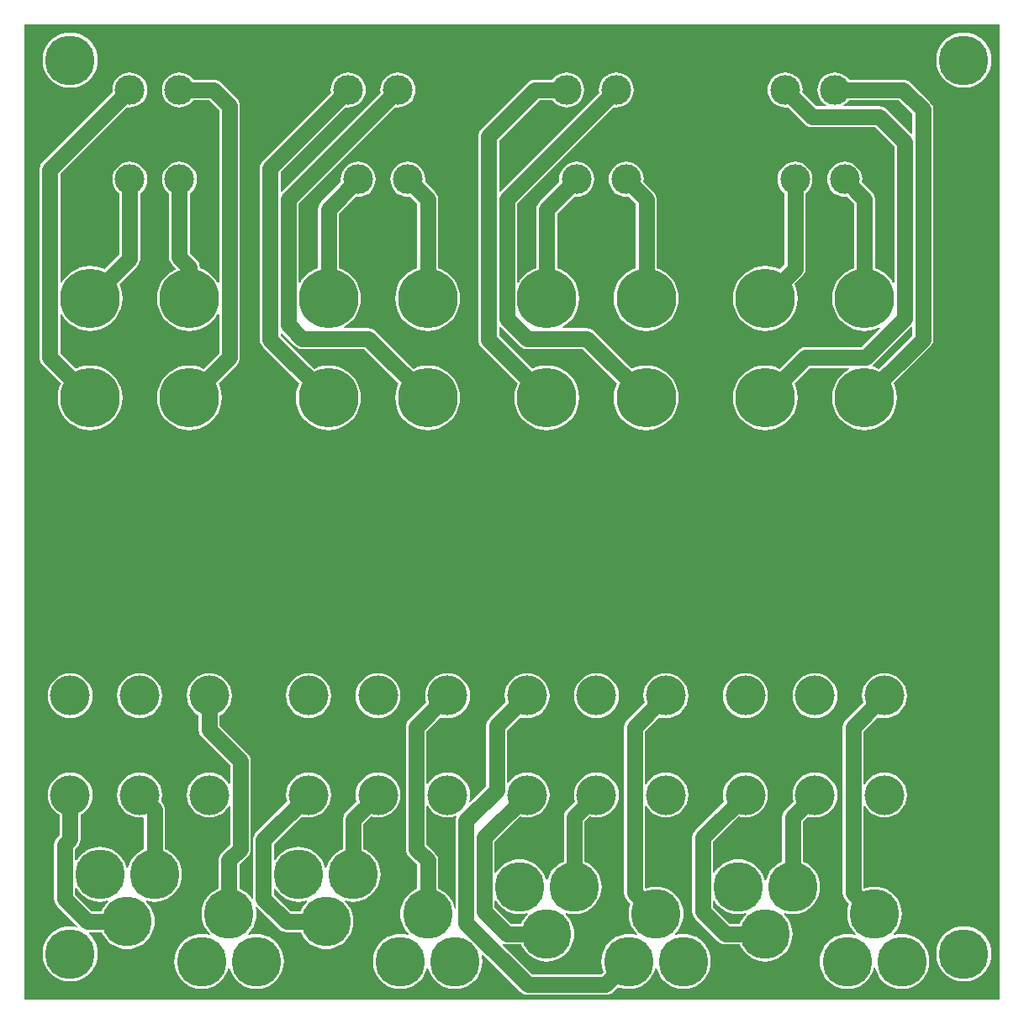
<source format=gtl>
G04 Layer_Physical_Order=1*
G04 Layer_Color=255*
%FSLAX25Y25*%
%MOIN*%
G70*
G01*
G75*
%ADD10C,0.06181*%
%ADD11C,0.19685*%
%ADD12C,0.11811*%
%ADD13C,0.15748*%
%ADD14C,0.23622*%
G36*
X486660Y99955D02*
X99955D01*
Y486660D01*
X486660D01*
Y99955D01*
D02*
G37*
%LPC*%
G36*
X354331Y229389D02*
X352591Y229218D01*
X350918Y228711D01*
X349377Y227887D01*
X348026Y226778D01*
X346917Y225426D01*
X346093Y223885D01*
X345585Y222212D01*
X345414Y220472D01*
X345585Y218733D01*
X345858Y217834D01*
X338983Y210959D01*
X338327Y210104D01*
X338086Y209522D01*
X337915Y209109D01*
X337774Y208042D01*
Y142352D01*
X337915Y141284D01*
X338086Y140872D01*
X338327Y140289D01*
X338983Y139435D01*
X340386Y138031D01*
X340050Y137219D01*
X339652Y135560D01*
X339518Y133858D01*
X339652Y132157D01*
X340050Y130497D01*
X340703Y128921D01*
X341595Y127465D01*
X342703Y126168D01*
X342947Y125960D01*
X342713Y125501D01*
X341268Y125848D01*
X339567Y125982D01*
X337866Y125848D01*
X336206Y125450D01*
X334629Y124797D01*
X333174Y123905D01*
X331876Y122797D01*
X330768Y121499D01*
X329876Y120044D01*
X329223Y118467D01*
X328825Y116808D01*
X328691Y115106D01*
X328825Y113405D01*
X329223Y111745D01*
X329559Y110933D01*
X328691Y110065D01*
X301250D01*
X289581Y121734D01*
X289864Y122158D01*
X290248Y121999D01*
X291316Y121858D01*
X291316Y121858D01*
X297060D01*
X297396Y121047D01*
X298288Y119591D01*
X299396Y118294D01*
X300694Y117185D01*
X302149Y116294D01*
X303726Y115640D01*
X305385Y115242D01*
X307087Y115108D01*
X308788Y115242D01*
X310448Y115640D01*
X312024Y116294D01*
X313479Y117185D01*
X314777Y118294D01*
X315885Y119591D01*
X316777Y121047D01*
X317430Y122623D01*
X317829Y124283D01*
X317963Y125984D01*
X317829Y127686D01*
X317430Y129345D01*
X316777Y130922D01*
X315885Y132377D01*
X314777Y133675D01*
X314533Y133883D01*
X314767Y134341D01*
X316212Y133994D01*
X317913Y133860D01*
X319615Y133994D01*
X321274Y134392D01*
X322851Y135046D01*
X324306Y135937D01*
X325604Y137046D01*
X326712Y138343D01*
X327604Y139799D01*
X328257Y141375D01*
X328656Y143035D01*
X328789Y144736D01*
X328656Y146438D01*
X328257Y148097D01*
X327604Y149674D01*
X326712Y151129D01*
X325604Y152427D01*
X324306Y153535D01*
X322851Y154427D01*
X322039Y154763D01*
Y170535D01*
X324133Y172629D01*
X325032Y172357D01*
X326772Y172185D01*
X328511Y172357D01*
X330184Y172864D01*
X331726Y173688D01*
X333077Y174797D01*
X334186Y176148D01*
X335010Y177690D01*
X335517Y179363D01*
X335688Y181102D01*
X335517Y182842D01*
X335010Y184515D01*
X334186Y186056D01*
X333077Y187408D01*
X331726Y188517D01*
X330184Y189341D01*
X328511Y189848D01*
X326772Y190019D01*
X325032Y189848D01*
X323359Y189341D01*
X321818Y188517D01*
X320466Y187408D01*
X319357Y186056D01*
X318533Y184515D01*
X318026Y182842D01*
X317855Y181102D01*
X318026Y179363D01*
X318299Y178464D01*
X314996Y175162D01*
X314340Y174307D01*
X314099Y173724D01*
X313928Y173312D01*
X313788Y172244D01*
Y154763D01*
X312976Y154427D01*
X311521Y153535D01*
X310223Y152427D01*
X309115Y151129D01*
X308223Y149674D01*
X307570Y148097D01*
X307344Y147156D01*
X306830D01*
X306604Y148097D01*
X305950Y149674D01*
X305059Y151129D01*
X303950Y152427D01*
X302653Y153535D01*
X301197Y154427D01*
X299621Y155080D01*
X297961Y155478D01*
X296260Y155612D01*
X294558Y155478D01*
X292899Y155080D01*
X291322Y154427D01*
X289867Y153535D01*
X288569Y152427D01*
X287461Y151129D01*
X286926Y150256D01*
X286426Y150397D01*
Y162481D01*
X296574Y172629D01*
X297473Y172357D01*
X299213Y172185D01*
X300952Y172357D01*
X302625Y172864D01*
X304167Y173688D01*
X305518Y174797D01*
X306627Y176148D01*
X307451Y177690D01*
X307958Y179363D01*
X308130Y181102D01*
X307958Y182842D01*
X307451Y184515D01*
X306627Y186056D01*
X305518Y187408D01*
X304167Y188517D01*
X302625Y189341D01*
X300952Y189848D01*
X299213Y190019D01*
X297473Y189848D01*
X295800Y189341D01*
X294259Y188517D01*
X292907Y187408D01*
X291826Y186090D01*
X291665Y186090D01*
X291326Y186175D01*
Y206751D01*
X296574Y211999D01*
X297473Y211727D01*
X299213Y211556D01*
X300952Y211727D01*
X302625Y212234D01*
X304167Y213058D01*
X305518Y214167D01*
X306627Y215518D01*
X307451Y217060D01*
X307958Y218733D01*
X308130Y220472D01*
X307958Y222212D01*
X307451Y223885D01*
X306627Y225426D01*
X305518Y226778D01*
X304167Y227887D01*
X302625Y228711D01*
X300952Y229218D01*
X299213Y229389D01*
X297473Y229218D01*
X295800Y228711D01*
X294259Y227887D01*
X292907Y226778D01*
X291798Y225426D01*
X290974Y223885D01*
X290467Y222212D01*
X290296Y220472D01*
X290467Y218733D01*
X290740Y217834D01*
X284283Y211377D01*
X283627Y210523D01*
X283385Y209940D01*
X283215Y209528D01*
X283074Y208460D01*
Y184709D01*
X276661Y178296D01*
X276219Y178561D01*
X276462Y179363D01*
X276634Y181102D01*
X276462Y182842D01*
X275955Y184515D01*
X275131Y186056D01*
X274022Y187408D01*
X272671Y188517D01*
X271129Y189341D01*
X269456Y189848D01*
X267717Y190019D01*
X265977Y189848D01*
X264304Y189341D01*
X262763Y188517D01*
X261411Y187408D01*
X260302Y186056D01*
X259926Y185352D01*
X259426Y185477D01*
Y206347D01*
X265078Y211999D01*
X265977Y211727D01*
X267717Y211556D01*
X269456Y211727D01*
X271129Y212234D01*
X272671Y213058D01*
X274022Y214167D01*
X275131Y215518D01*
X275955Y217060D01*
X276462Y218733D01*
X276634Y220472D01*
X276462Y222212D01*
X275955Y223885D01*
X275131Y225426D01*
X274022Y226778D01*
X272671Y227887D01*
X271129Y228711D01*
X269456Y229218D01*
X267717Y229389D01*
X265977Y229218D01*
X264304Y228711D01*
X262763Y227887D01*
X261411Y226778D01*
X260302Y225426D01*
X259478Y223885D01*
X258971Y222212D01*
X258800Y220472D01*
X258971Y218733D01*
X259244Y217834D01*
X252383Y210973D01*
X251727Y210119D01*
X251485Y209536D01*
X251315Y209124D01*
X251174Y208056D01*
Y159743D01*
X251315Y158675D01*
X251485Y158263D01*
X251727Y157680D01*
X252383Y156825D01*
X255717Y153491D01*
Y143885D01*
X254905Y143549D01*
X253450Y142657D01*
X252152Y141549D01*
X251044Y140251D01*
X250152Y138796D01*
X249499Y137219D01*
X249100Y135560D01*
X248967Y133858D01*
X249100Y132157D01*
X249499Y130497D01*
X250152Y128921D01*
X251044Y127465D01*
X252152Y126168D01*
X252396Y125960D01*
X252162Y125501D01*
X250717Y125848D01*
X249016Y125982D01*
X247314Y125848D01*
X245655Y125450D01*
X244078Y124797D01*
X242623Y123905D01*
X241325Y122797D01*
X240217Y121499D01*
X239325Y120044D01*
X238672Y118467D01*
X238274Y116808D01*
X238140Y115106D01*
X238274Y113405D01*
X238672Y111745D01*
X239325Y110169D01*
X240217Y108713D01*
X241325Y107416D01*
X242623Y106307D01*
X244078Y105416D01*
X245655Y104762D01*
X247314Y104364D01*
X249016Y104230D01*
X250717Y104364D01*
X252377Y104762D01*
X253953Y105416D01*
X255409Y106307D01*
X256706Y107416D01*
X257815Y108713D01*
X258706Y110169D01*
X259360Y111745D01*
X259585Y112687D01*
X260100D01*
X260326Y111745D01*
X260979Y110169D01*
X261871Y108713D01*
X262979Y107416D01*
X264277Y106307D01*
X265732Y105416D01*
X267308Y104762D01*
X268968Y104364D01*
X270669Y104230D01*
X272371Y104364D01*
X274030Y104762D01*
X275607Y105416D01*
X277062Y106307D01*
X278360Y107416D01*
X279468Y108713D01*
X280360Y110169D01*
X281013Y111745D01*
X281412Y113405D01*
X281545Y115106D01*
X281412Y116808D01*
X281184Y117754D01*
X281638Y118008D01*
X296623Y103022D01*
X296624Y103022D01*
X297478Y102366D01*
X298473Y101954D01*
X299541Y101813D01*
X330400D01*
X331468Y101954D01*
X331880Y102125D01*
X332463Y102366D01*
X333317Y103022D01*
X335394Y105099D01*
X336206Y104762D01*
X337866Y104364D01*
X339567Y104230D01*
X341268Y104364D01*
X342928Y104762D01*
X344505Y105416D01*
X345960Y106307D01*
X347257Y107416D01*
X348366Y108713D01*
X349258Y110169D01*
X349911Y111745D01*
X350137Y112687D01*
X350651D01*
X350877Y111745D01*
X351530Y110169D01*
X352422Y108713D01*
X353530Y107416D01*
X354828Y106307D01*
X356283Y105416D01*
X357860Y104762D01*
X359519Y104364D01*
X361221Y104230D01*
X362922Y104364D01*
X364581Y104762D01*
X366158Y105416D01*
X367613Y106307D01*
X368911Y107416D01*
X370020Y108713D01*
X370911Y110169D01*
X371564Y111745D01*
X371963Y113405D01*
X372097Y115106D01*
X371963Y116808D01*
X371564Y118467D01*
X370911Y120044D01*
X370020Y121499D01*
X368911Y122797D01*
X367613Y123905D01*
X366158Y124797D01*
X364581Y125450D01*
X362922Y125848D01*
X361221Y125982D01*
X359519Y125848D01*
X358074Y125501D01*
X357841Y125960D01*
X358084Y126168D01*
X359193Y127465D01*
X360084Y128921D01*
X360737Y130497D01*
X361136Y132157D01*
X361270Y133858D01*
X361136Y135560D01*
X360737Y137219D01*
X360084Y138796D01*
X359193Y140251D01*
X358084Y141549D01*
X356787Y142657D01*
X355331Y143549D01*
X353755Y144202D01*
X352095Y144600D01*
X350394Y144734D01*
X348692Y144600D01*
X347033Y144202D01*
X346491Y143978D01*
X346026Y144324D01*
Y176754D01*
X346526Y176880D01*
X346917Y176148D01*
X348026Y174797D01*
X349377Y173688D01*
X350918Y172864D01*
X352591Y172357D01*
X354331Y172185D01*
X356070Y172357D01*
X357743Y172864D01*
X359285Y173688D01*
X360636Y174797D01*
X361745Y176148D01*
X362569Y177690D01*
X363076Y179363D01*
X363248Y181102D01*
X363076Y182842D01*
X362569Y184515D01*
X361745Y186056D01*
X360636Y187408D01*
X359285Y188517D01*
X357743Y189341D01*
X356070Y189848D01*
X354331Y190019D01*
X352591Y189848D01*
X350918Y189341D01*
X349377Y188517D01*
X348026Y187408D01*
X346917Y186056D01*
X346526Y185325D01*
X346026Y185450D01*
Y206333D01*
X351693Y211999D01*
X352591Y211727D01*
X354331Y211556D01*
X356070Y211727D01*
X357743Y212234D01*
X359285Y213058D01*
X360636Y214167D01*
X361745Y215518D01*
X362569Y217060D01*
X363076Y218733D01*
X363248Y220472D01*
X363076Y222212D01*
X362569Y223885D01*
X361745Y225426D01*
X360636Y226778D01*
X359285Y227887D01*
X357743Y228711D01*
X356070Y229218D01*
X354331Y229389D01*
D02*
G37*
G36*
X240157D02*
X238418Y229218D01*
X236745Y228711D01*
X235203Y227887D01*
X233852Y226778D01*
X232743Y225426D01*
X231919Y223885D01*
X231412Y222212D01*
X231241Y220472D01*
X231412Y218733D01*
X231919Y217060D01*
X232743Y215518D01*
X233852Y214167D01*
X235203Y213058D01*
X236745Y212234D01*
X238418Y211727D01*
X240157Y211556D01*
X241897Y211727D01*
X243570Y212234D01*
X245111Y213058D01*
X246463Y214167D01*
X247572Y215518D01*
X248396Y217060D01*
X248903Y218733D01*
X249074Y220472D01*
X248903Y222212D01*
X248396Y223885D01*
X247572Y225426D01*
X246463Y226778D01*
X245111Y227887D01*
X243570Y228711D01*
X241897Y229218D01*
X240157Y229389D01*
D02*
G37*
G36*
X212598D02*
X210859Y229218D01*
X209186Y228711D01*
X207644Y227887D01*
X206293Y226778D01*
X205184Y225426D01*
X204360Y223885D01*
X203853Y222212D01*
X203681Y220472D01*
X203853Y218733D01*
X204360Y217060D01*
X205184Y215518D01*
X206293Y214167D01*
X207644Y213058D01*
X209186Y212234D01*
X210859Y211727D01*
X212598Y211556D01*
X214338Y211727D01*
X216011Y212234D01*
X217552Y213058D01*
X218904Y214167D01*
X220013Y215518D01*
X220837Y217060D01*
X221344Y218733D01*
X221515Y220472D01*
X221344Y222212D01*
X220837Y223885D01*
X220013Y225426D01*
X218904Y226778D01*
X217552Y227887D01*
X216011Y228711D01*
X214338Y229218D01*
X212598Y229389D01*
D02*
G37*
G36*
X413386D02*
X411646Y229218D01*
X409973Y228711D01*
X408432Y227887D01*
X407081Y226778D01*
X405972Y225426D01*
X405148Y223885D01*
X404640Y222212D01*
X404469Y220472D01*
X404640Y218733D01*
X405148Y217060D01*
X405972Y215518D01*
X407081Y214167D01*
X408432Y213058D01*
X409973Y212234D01*
X411646Y211727D01*
X413386Y211556D01*
X415125Y211727D01*
X416798Y212234D01*
X418340Y213058D01*
X419691Y214167D01*
X420800Y215518D01*
X421624Y217060D01*
X422131Y218733D01*
X422303Y220472D01*
X422131Y222212D01*
X421624Y223885D01*
X420800Y225426D01*
X419691Y226778D01*
X418340Y227887D01*
X416798Y228711D01*
X415125Y229218D01*
X413386Y229389D01*
D02*
G37*
G36*
X385827D02*
X384087Y229218D01*
X382414Y228711D01*
X380873Y227887D01*
X379522Y226778D01*
X378413Y225426D01*
X377589Y223885D01*
X377081Y222212D01*
X376910Y220472D01*
X377081Y218733D01*
X377589Y217060D01*
X378413Y215518D01*
X379522Y214167D01*
X380873Y213058D01*
X382414Y212234D01*
X384087Y211727D01*
X385827Y211556D01*
X387566Y211727D01*
X389239Y212234D01*
X390781Y213058D01*
X392132Y214167D01*
X393241Y215518D01*
X394065Y217060D01*
X394572Y218733D01*
X394744Y220472D01*
X394572Y222212D01*
X394065Y223885D01*
X393241Y225426D01*
X392132Y226778D01*
X390781Y227887D01*
X389239Y228711D01*
X387566Y229218D01*
X385827Y229389D01*
D02*
G37*
G36*
X326772D02*
X325032Y229218D01*
X323359Y228711D01*
X321818Y227887D01*
X320466Y226778D01*
X319357Y225426D01*
X318533Y223885D01*
X318026Y222212D01*
X317855Y220472D01*
X318026Y218733D01*
X318533Y217060D01*
X319357Y215518D01*
X320466Y214167D01*
X321818Y213058D01*
X323359Y212234D01*
X325032Y211727D01*
X326772Y211556D01*
X328511Y211727D01*
X330184Y212234D01*
X331726Y213058D01*
X333077Y214167D01*
X334186Y215518D01*
X335010Y217060D01*
X335517Y218733D01*
X335688Y220472D01*
X335517Y222212D01*
X335010Y223885D01*
X334186Y225426D01*
X333077Y226778D01*
X331726Y227887D01*
X330184Y228711D01*
X328511Y229218D01*
X326772Y229389D01*
D02*
G37*
G36*
X413386Y190019D02*
X411646Y189848D01*
X409973Y189341D01*
X408432Y188517D01*
X407081Y187408D01*
X405972Y186056D01*
X405148Y184515D01*
X404640Y182842D01*
X404469Y181102D01*
X404640Y179363D01*
X404913Y178464D01*
X401610Y175162D01*
X400954Y174307D01*
X400713Y173724D01*
X400542Y173312D01*
X400402Y172244D01*
Y154763D01*
X399590Y154427D01*
X398135Y153535D01*
X396837Y152427D01*
X395729Y151129D01*
X394837Y149674D01*
X394184Y148097D01*
X393958Y147156D01*
X393444D01*
X393218Y148097D01*
X392565Y149674D01*
X391673Y151129D01*
X390564Y152427D01*
X389267Y153535D01*
X387812Y154427D01*
X386235Y155080D01*
X384575Y155478D01*
X382874Y155612D01*
X381173Y155478D01*
X379513Y155080D01*
X377936Y154427D01*
X376481Y153535D01*
X375184Y152427D01*
X374075Y151129D01*
X373526Y150233D01*
X373026Y150374D01*
Y162467D01*
X383189Y172629D01*
X384087Y172357D01*
X385827Y172185D01*
X387566Y172357D01*
X389239Y172864D01*
X390781Y173688D01*
X392132Y174797D01*
X393241Y176148D01*
X394065Y177690D01*
X394572Y179363D01*
X394744Y181102D01*
X394572Y182842D01*
X394065Y184515D01*
X393241Y186056D01*
X392132Y187408D01*
X390781Y188517D01*
X389239Y189341D01*
X387566Y189848D01*
X385827Y190019D01*
X384087Y189848D01*
X382414Y189341D01*
X380873Y188517D01*
X379522Y187408D01*
X378413Y186056D01*
X377589Y184515D01*
X377081Y182842D01*
X376910Y181102D01*
X377081Y179363D01*
X377354Y178464D01*
X365983Y167093D01*
X365327Y166238D01*
X365086Y165656D01*
X364915Y165243D01*
X364774Y164176D01*
Y135000D01*
X364915Y133932D01*
X365086Y133520D01*
X365327Y132937D01*
X365983Y132083D01*
X374998Y123067D01*
X374998Y123067D01*
X375853Y122411D01*
X376848Y121999D01*
X377916Y121858D01*
X377916Y121858D01*
X383674D01*
X384010Y121047D01*
X384902Y119591D01*
X386010Y118294D01*
X387308Y117185D01*
X388763Y116294D01*
X390340Y115640D01*
X391999Y115242D01*
X393701Y115108D01*
X395402Y115242D01*
X397062Y115640D01*
X398638Y116294D01*
X400094Y117185D01*
X401391Y118294D01*
X402500Y119591D01*
X403391Y121047D01*
X404044Y122623D01*
X404443Y124283D01*
X404577Y125984D01*
X404443Y127686D01*
X404044Y129345D01*
X403391Y130922D01*
X402500Y132377D01*
X401391Y133675D01*
X401148Y133883D01*
X401381Y134341D01*
X402826Y133994D01*
X404528Y133860D01*
X406229Y133994D01*
X407889Y134392D01*
X409465Y135046D01*
X410920Y135937D01*
X412218Y137046D01*
X413327Y138343D01*
X414218Y139799D01*
X414871Y141375D01*
X415270Y143035D01*
X415404Y144736D01*
X415270Y146438D01*
X414871Y148097D01*
X414218Y149674D01*
X413327Y151129D01*
X412218Y152427D01*
X410920Y153535D01*
X409465Y154427D01*
X408653Y154763D01*
Y170535D01*
X410748Y172629D01*
X411646Y172357D01*
X413386Y172185D01*
X415125Y172357D01*
X416798Y172864D01*
X418340Y173688D01*
X419691Y174797D01*
X420800Y176148D01*
X421624Y177690D01*
X422131Y179363D01*
X422303Y181102D01*
X422131Y182842D01*
X421624Y184515D01*
X420800Y186056D01*
X419691Y187408D01*
X418340Y188517D01*
X416798Y189341D01*
X415125Y189848D01*
X413386Y190019D01*
D02*
G37*
G36*
X145669D02*
X143930Y189848D01*
X142257Y189341D01*
X140715Y188517D01*
X139364Y187408D01*
X138255Y186056D01*
X137431Y184515D01*
X136924Y182842D01*
X136752Y181102D01*
X136924Y179363D01*
X137431Y177690D01*
X138255Y176148D01*
X139364Y174797D01*
X140715Y173688D01*
X142257Y172864D01*
X143930Y172357D01*
X145669Y172185D01*
X146949Y172311D01*
X147449Y171858D01*
Y159633D01*
X146637Y159297D01*
X145182Y158405D01*
X143884Y157297D01*
X142776Y155999D01*
X141884Y154544D01*
X141231Y152967D01*
X141005Y152026D01*
X140491D01*
X140265Y152967D01*
X139612Y154544D01*
X138720Y155999D01*
X137612Y157297D01*
X136314Y158405D01*
X134859Y159297D01*
X133282Y159950D01*
X131623Y160349D01*
X129921Y160482D01*
X128220Y160349D01*
X126560Y159950D01*
X124984Y159297D01*
X123528Y158405D01*
X122231Y157297D01*
X121122Y155999D01*
X120526Y155026D01*
X120026Y155167D01*
Y159581D01*
X121028Y160582D01*
X121028Y160583D01*
X121683Y161437D01*
X122096Y162432D01*
X122236Y163500D01*
Y173246D01*
X123064Y173688D01*
X124415Y174797D01*
X125524Y176148D01*
X126348Y177690D01*
X126856Y179363D01*
X127027Y181102D01*
X126856Y182842D01*
X126348Y184515D01*
X125524Y186056D01*
X124415Y187408D01*
X123064Y188517D01*
X121523Y189341D01*
X119850Y189848D01*
X118110Y190019D01*
X116371Y189848D01*
X114698Y189341D01*
X113156Y188517D01*
X111805Y187408D01*
X110696Y186056D01*
X109872Y184515D01*
X109365Y182842D01*
X109193Y181102D01*
X109365Y179363D01*
X109872Y177690D01*
X110696Y176148D01*
X111805Y174797D01*
X113156Y173688D01*
X113984Y173246D01*
Y165209D01*
X112983Y164207D01*
X112327Y163353D01*
X112085Y162770D01*
X111915Y162358D01*
X111774Y161290D01*
Y140000D01*
X111915Y138932D01*
X112085Y138520D01*
X112327Y137937D01*
X112983Y137083D01*
X120979Y129086D01*
X120725Y128633D01*
X119812Y128852D01*
X118110Y128986D01*
X116409Y128852D01*
X114749Y128454D01*
X113173Y127801D01*
X111717Y126909D01*
X110420Y125801D01*
X109311Y124503D01*
X108420Y123048D01*
X107766Y121471D01*
X107368Y119812D01*
X107234Y118110D01*
X107368Y116409D01*
X107766Y114749D01*
X108420Y113173D01*
X109311Y111717D01*
X110420Y110420D01*
X111717Y109311D01*
X113173Y108420D01*
X114749Y107766D01*
X116409Y107368D01*
X118110Y107234D01*
X119812Y107368D01*
X121471Y107766D01*
X123048Y108420D01*
X124503Y109311D01*
X125801Y110420D01*
X126909Y111717D01*
X127801Y113173D01*
X128454Y114749D01*
X128852Y116409D01*
X128986Y118110D01*
X128852Y119812D01*
X128454Y121471D01*
X127801Y123048D01*
X126909Y124503D01*
X125801Y125801D01*
X125300Y126229D01*
X125484Y126729D01*
X130721D01*
X131057Y125917D01*
X131949Y124462D01*
X133057Y123164D01*
X134355Y122056D01*
X135810Y121164D01*
X137387Y120511D01*
X139047Y120112D01*
X140748Y119978D01*
X142449Y120112D01*
X144109Y120511D01*
X145686Y121164D01*
X147141Y122056D01*
X148439Y123164D01*
X149547Y124462D01*
X150439Y125917D01*
X151092Y127494D01*
X151490Y129153D01*
X151624Y130855D01*
X151490Y132556D01*
X151092Y134215D01*
X150439Y135792D01*
X149547Y137247D01*
X148439Y138545D01*
X148195Y138753D01*
X148429Y139211D01*
X149873Y138864D01*
X151575Y138730D01*
X153276Y138864D01*
X154936Y139263D01*
X156512Y139916D01*
X157968Y140807D01*
X159265Y141916D01*
X160374Y143214D01*
X161265Y144669D01*
X161918Y146246D01*
X162317Y147905D01*
X162451Y149606D01*
X162317Y151308D01*
X161918Y152967D01*
X161265Y154544D01*
X160374Y155999D01*
X159265Y157297D01*
X157968Y158405D01*
X156512Y159297D01*
X155701Y159633D01*
Y175197D01*
X155701Y175197D01*
X155630Y175731D01*
X155560Y176265D01*
X155389Y176677D01*
X155148Y177260D01*
X154492Y178114D01*
X154142Y178464D01*
X154415Y179363D01*
X154586Y181102D01*
X154415Y182842D01*
X153907Y184515D01*
X153083Y186056D01*
X151974Y187408D01*
X150623Y188517D01*
X149082Y189341D01*
X147409Y189848D01*
X145669Y190019D01*
D02*
G37*
G36*
X472441Y128986D02*
X470740Y128852D01*
X469080Y128454D01*
X467503Y127801D01*
X466048Y126909D01*
X464750Y125801D01*
X463642Y124503D01*
X462750Y123048D01*
X462097Y121471D01*
X461699Y119812D01*
X461565Y118110D01*
X461699Y116409D01*
X462097Y114749D01*
X462750Y113173D01*
X463642Y111717D01*
X464750Y110420D01*
X466048Y109311D01*
X467503Y108420D01*
X469080Y107766D01*
X470740Y107368D01*
X472441Y107234D01*
X474142Y107368D01*
X475802Y107766D01*
X477379Y108420D01*
X478834Y109311D01*
X480131Y110420D01*
X481240Y111717D01*
X482132Y113173D01*
X482785Y114749D01*
X483183Y116409D01*
X483317Y118110D01*
X483183Y119812D01*
X482785Y121471D01*
X482132Y123048D01*
X481240Y124503D01*
X480131Y125801D01*
X478834Y126909D01*
X477379Y127801D01*
X475802Y128454D01*
X474142Y128852D01*
X472441Y128986D01*
D02*
G37*
G36*
X145669Y229389D02*
X143930Y229218D01*
X142257Y228711D01*
X140715Y227887D01*
X139364Y226778D01*
X138255Y225426D01*
X137431Y223885D01*
X136924Y222212D01*
X136752Y220472D01*
X136924Y218733D01*
X137431Y217060D01*
X138255Y215518D01*
X139364Y214167D01*
X140715Y213058D01*
X142257Y212234D01*
X143930Y211727D01*
X145669Y211556D01*
X147409Y211727D01*
X149082Y212234D01*
X150623Y213058D01*
X151974Y214167D01*
X153083Y215518D01*
X153907Y217060D01*
X154415Y218733D01*
X154586Y220472D01*
X154415Y222212D01*
X153907Y223885D01*
X153083Y225426D01*
X151974Y226778D01*
X150623Y227887D01*
X149082Y228711D01*
X147409Y229218D01*
X145669Y229389D01*
D02*
G37*
G36*
X118110D02*
X116371Y229218D01*
X114698Y228711D01*
X113156Y227887D01*
X111805Y226778D01*
X110696Y225426D01*
X109872Y223885D01*
X109365Y222212D01*
X109193Y220472D01*
X109365Y218733D01*
X109872Y217060D01*
X110696Y215518D01*
X111805Y214167D01*
X113156Y213058D01*
X114698Y212234D01*
X116371Y211727D01*
X118110Y211556D01*
X119850Y211727D01*
X121523Y212234D01*
X123064Y213058D01*
X124415Y214167D01*
X125524Y215518D01*
X126348Y217060D01*
X126856Y218733D01*
X127027Y220472D01*
X126856Y222212D01*
X126348Y223885D01*
X125524Y225426D01*
X124415Y226778D01*
X123064Y227887D01*
X121523Y228711D01*
X119850Y229218D01*
X118110Y229389D01*
D02*
G37*
G36*
X173228D02*
X171489Y229218D01*
X169816Y228711D01*
X168274Y227887D01*
X166923Y226778D01*
X165814Y225426D01*
X164990Y223885D01*
X164483Y222212D01*
X164311Y220472D01*
X164483Y218733D01*
X164990Y217060D01*
X165814Y215518D01*
X166923Y214167D01*
X168274Y213058D01*
X169103Y212616D01*
Y206900D01*
X169243Y205832D01*
X169414Y205420D01*
X169655Y204837D01*
X170311Y203983D01*
X181474Y192819D01*
Y185561D01*
X180974Y185436D01*
X180643Y186056D01*
X179534Y187408D01*
X178182Y188517D01*
X176641Y189341D01*
X174968Y189848D01*
X173228Y190019D01*
X171489Y189848D01*
X169816Y189341D01*
X168274Y188517D01*
X166923Y187408D01*
X165814Y186056D01*
X164990Y184515D01*
X164483Y182842D01*
X164311Y181102D01*
X164483Y179363D01*
X164990Y177690D01*
X165814Y176148D01*
X166923Y174797D01*
X168274Y173688D01*
X169816Y172864D01*
X171489Y172357D01*
X173228Y172185D01*
X174968Y172357D01*
X176641Y172864D01*
X178182Y173688D01*
X179534Y174797D01*
X180643Y176148D01*
X180974Y176769D01*
X181474Y176644D01*
Y161409D01*
X178185Y158120D01*
X177529Y157265D01*
X177288Y156682D01*
X177117Y156270D01*
X176977Y155202D01*
Y143885D01*
X176165Y143549D01*
X174710Y142657D01*
X173412Y141549D01*
X172303Y140251D01*
X171412Y138796D01*
X170759Y137219D01*
X170360Y135560D01*
X170226Y133858D01*
X170360Y132157D01*
X170759Y130497D01*
X171412Y128921D01*
X172303Y127465D01*
X173412Y126168D01*
X173655Y125960D01*
X173422Y125501D01*
X171977Y125848D01*
X170276Y125982D01*
X168574Y125848D01*
X166915Y125450D01*
X165338Y124797D01*
X163883Y123905D01*
X162585Y122797D01*
X161477Y121499D01*
X160585Y120044D01*
X159932Y118467D01*
X159533Y116808D01*
X159399Y115106D01*
X159533Y113405D01*
X159932Y111745D01*
X160585Y110169D01*
X161477Y108713D01*
X162585Y107416D01*
X163883Y106307D01*
X165338Y105416D01*
X166915Y104762D01*
X168574Y104364D01*
X170276Y104230D01*
X171977Y104364D01*
X173636Y104762D01*
X175213Y105416D01*
X176668Y106307D01*
X177966Y107416D01*
X179075Y108713D01*
X179966Y110169D01*
X180619Y111745D01*
X180845Y112687D01*
X181360D01*
X181586Y111745D01*
X182239Y110169D01*
X183130Y108713D01*
X184239Y107416D01*
X185536Y106307D01*
X186992Y105416D01*
X188568Y104762D01*
X190228Y104364D01*
X191929Y104230D01*
X193631Y104364D01*
X195290Y104762D01*
X196867Y105416D01*
X198322Y106307D01*
X199620Y107416D01*
X200728Y108713D01*
X201620Y110169D01*
X202273Y111745D01*
X202671Y113405D01*
X202805Y115106D01*
X202671Y116808D01*
X202273Y118467D01*
X201620Y120044D01*
X200728Y121499D01*
X199620Y122797D01*
X198322Y123905D01*
X196867Y124797D01*
X195290Y125450D01*
X193631Y125848D01*
X191929Y125982D01*
X190228Y125848D01*
X188783Y125501D01*
X188549Y125960D01*
X188793Y126168D01*
X189901Y127465D01*
X190793Y128921D01*
X191446Y130497D01*
X191845Y132157D01*
X191978Y133858D01*
X191845Y135560D01*
X191617Y136506D01*
X192071Y136760D01*
X200893Y127937D01*
X200893Y127937D01*
X201748Y127281D01*
X202743Y126869D01*
X203811Y126729D01*
X209461D01*
X209797Y125917D01*
X210689Y124462D01*
X211797Y123164D01*
X213095Y122056D01*
X214550Y121164D01*
X216127Y120511D01*
X217787Y120112D01*
X219488Y119978D01*
X221189Y120112D01*
X222849Y120511D01*
X224426Y121164D01*
X225881Y122056D01*
X227179Y123164D01*
X228287Y124462D01*
X229179Y125917D01*
X229832Y127494D01*
X230230Y129153D01*
X230364Y130855D01*
X230230Y132556D01*
X229832Y134215D01*
X229179Y135792D01*
X228287Y137247D01*
X227179Y138545D01*
X226935Y138753D01*
X227169Y139211D01*
X228613Y138864D01*
X230315Y138730D01*
X232016Y138864D01*
X233676Y139263D01*
X235252Y139916D01*
X236708Y140807D01*
X238005Y141916D01*
X239114Y143214D01*
X240005Y144669D01*
X240658Y146246D01*
X241057Y147905D01*
X241191Y149606D01*
X241057Y151308D01*
X240658Y152967D01*
X240005Y154544D01*
X239114Y155999D01*
X238005Y157297D01*
X236708Y158405D01*
X235252Y159297D01*
X234441Y159633D01*
Y169551D01*
X237519Y172629D01*
X238418Y172357D01*
X240157Y172185D01*
X241897Y172357D01*
X243570Y172864D01*
X245111Y173688D01*
X246463Y174797D01*
X247572Y176148D01*
X248396Y177690D01*
X248903Y179363D01*
X249074Y181102D01*
X248903Y182842D01*
X248396Y184515D01*
X247572Y186056D01*
X246463Y187408D01*
X245111Y188517D01*
X243570Y189341D01*
X241897Y189848D01*
X240157Y190019D01*
X238418Y189848D01*
X236745Y189341D01*
X235203Y188517D01*
X233852Y187408D01*
X232743Y186056D01*
X231919Y184515D01*
X231412Y182842D01*
X231241Y181102D01*
X231412Y179363D01*
X231684Y178464D01*
X227397Y174177D01*
X226742Y173323D01*
X226500Y172740D01*
X226329Y172328D01*
X226189Y171260D01*
Y159633D01*
X225377Y159297D01*
X223922Y158405D01*
X222624Y157297D01*
X221516Y155999D01*
X220624Y154544D01*
X219971Y152967D01*
X219745Y152026D01*
X219231D01*
X219005Y152967D01*
X218352Y154544D01*
X217460Y155999D01*
X216352Y157297D01*
X215054Y158405D01*
X213599Y159297D01*
X212022Y159950D01*
X210363Y160349D01*
X208661Y160482D01*
X206960Y160349D01*
X205300Y159950D01*
X203724Y159297D01*
X202269Y158405D01*
X200971Y157297D01*
X199863Y155999D01*
X199326Y155123D01*
X198826Y155264D01*
Y161495D01*
X209960Y172629D01*
X210859Y172357D01*
X212598Y172185D01*
X214338Y172357D01*
X216011Y172864D01*
X217552Y173688D01*
X218904Y174797D01*
X220013Y176148D01*
X220837Y177690D01*
X221344Y179363D01*
X221515Y181102D01*
X221344Y182842D01*
X220837Y184515D01*
X220013Y186056D01*
X218904Y187408D01*
X217552Y188517D01*
X216011Y189341D01*
X214338Y189848D01*
X212598Y190019D01*
X210859Y189848D01*
X209186Y189341D01*
X207644Y188517D01*
X206293Y187408D01*
X205184Y186056D01*
X204360Y184515D01*
X203853Y182842D01*
X203681Y181102D01*
X203853Y179363D01*
X204125Y178464D01*
X191783Y166121D01*
X191127Y165267D01*
X190885Y164684D01*
X190715Y164272D01*
X190574Y163204D01*
Y140110D01*
X190074Y139969D01*
X189901Y140251D01*
X188793Y141549D01*
X187495Y142657D01*
X186040Y143549D01*
X185228Y143885D01*
Y153493D01*
X188517Y156782D01*
X188517Y156783D01*
X189173Y157637D01*
X189585Y158632D01*
X189726Y159700D01*
X189726Y159700D01*
Y194528D01*
X189585Y195596D01*
X189173Y196591D01*
X188517Y197446D01*
X188517Y197446D01*
X177354Y208609D01*
Y212616D01*
X178182Y213058D01*
X179534Y214167D01*
X180643Y215518D01*
X181467Y217060D01*
X181974Y218733D01*
X182145Y220472D01*
X181974Y222212D01*
X181467Y223885D01*
X180643Y225426D01*
X179534Y226778D01*
X178182Y227887D01*
X176641Y228711D01*
X174968Y229218D01*
X173228Y229389D01*
D02*
G37*
G36*
X334646Y467569D02*
X333292Y467436D01*
X331990Y467041D01*
X330790Y466399D01*
X329739Y465537D01*
X328876Y464485D01*
X328235Y463285D01*
X327840Y461984D01*
X327707Y460630D01*
X327806Y459625D01*
X288630Y420449D01*
X288130Y420656D01*
Y440485D01*
X304148Y456504D01*
X309413D01*
X310054Y455723D01*
X311105Y454860D01*
X312305Y454219D01*
X313607Y453824D01*
X314961Y453691D01*
X316314Y453824D01*
X317616Y454219D01*
X318816Y454860D01*
X319867Y455723D01*
X320730Y456775D01*
X321371Y457975D01*
X321766Y459276D01*
X321900Y460630D01*
X321766Y461984D01*
X321371Y463285D01*
X320730Y464485D01*
X319867Y465537D01*
X318816Y466399D01*
X317616Y467041D01*
X316314Y467436D01*
X314961Y467569D01*
X313607Y467436D01*
X312305Y467041D01*
X311105Y466399D01*
X310054Y465537D01*
X309413Y464756D01*
X302439D01*
X302439Y464756D01*
X301905Y464686D01*
X301372Y464615D01*
X300377Y464203D01*
X299522Y463547D01*
X299522Y463547D01*
X281086Y445112D01*
X280431Y444257D01*
X280189Y443674D01*
X280018Y443262D01*
X279878Y442194D01*
Y361665D01*
X280018Y360598D01*
X280189Y360185D01*
X280431Y359602D01*
X281086Y358748D01*
X295572Y344262D01*
X294865Y342554D01*
X294394Y340593D01*
X294236Y338583D01*
X294394Y336572D01*
X294865Y334612D01*
X295637Y332749D01*
X296690Y331029D01*
X298000Y329496D01*
X299533Y328186D01*
X301253Y327133D01*
X303116Y326361D01*
X305076Y325890D01*
X307087Y325732D01*
X309097Y325890D01*
X311058Y326361D01*
X312921Y327133D01*
X314640Y328186D01*
X316173Y329496D01*
X317483Y331029D01*
X318537Y332749D01*
X319308Y334612D01*
X319779Y336572D01*
X319937Y338583D01*
X319779Y340593D01*
X319308Y342554D01*
X318537Y344417D01*
X317483Y346136D01*
X316173Y347669D01*
X314640Y348979D01*
X312921Y350033D01*
X311058Y350804D01*
X309097Y351275D01*
X307087Y351433D01*
X305076Y351275D01*
X303116Y350804D01*
X301407Y350097D01*
X288130Y363374D01*
Y366513D01*
X288630Y366721D01*
X296216Y359134D01*
X297071Y358478D01*
X298066Y358066D01*
X299134Y357925D01*
X321279D01*
X334943Y344262D01*
X334235Y342554D01*
X333764Y340593D01*
X333606Y338583D01*
X333764Y336572D01*
X334235Y334612D01*
X335007Y332749D01*
X336060Y331029D01*
X337370Y329496D01*
X338903Y328186D01*
X340622Y327133D01*
X342485Y326361D01*
X344446Y325890D01*
X346457Y325732D01*
X348467Y325890D01*
X350428Y326361D01*
X352291Y327133D01*
X354010Y328186D01*
X355543Y329496D01*
X356853Y331029D01*
X357907Y332749D01*
X358678Y334612D01*
X359149Y336572D01*
X359307Y338583D01*
X359149Y340593D01*
X358678Y342554D01*
X357907Y344417D01*
X356853Y346136D01*
X355543Y347669D01*
X354010Y348979D01*
X352291Y350033D01*
X350428Y350804D01*
X348467Y351275D01*
X346457Y351433D01*
X344446Y351275D01*
X342485Y350804D01*
X340777Y350097D01*
X325905Y364969D01*
X325051Y365624D01*
X324468Y365866D01*
X324056Y366037D01*
X322988Y366177D01*
X313346D01*
X313205Y366677D01*
X314640Y367556D01*
X316173Y368866D01*
X317483Y370399D01*
X318537Y372119D01*
X319308Y373982D01*
X319779Y375942D01*
X319937Y377953D01*
X319779Y379963D01*
X319308Y381924D01*
X318537Y383787D01*
X317483Y385506D01*
X316173Y387040D01*
X314640Y388349D01*
X312921Y389403D01*
X311212Y390110D01*
Y411677D01*
X317893Y418357D01*
X318898Y418258D01*
X320251Y418391D01*
X321553Y418786D01*
X322753Y419427D01*
X323804Y420290D01*
X324667Y421342D01*
X325308Y422541D01*
X325703Y423843D01*
X325836Y425197D01*
X325703Y426550D01*
X325308Y427852D01*
X324667Y429052D01*
X323804Y430103D01*
X322753Y430966D01*
X321553Y431607D01*
X320251Y432002D01*
X318898Y432136D01*
X317544Y432002D01*
X316242Y431607D01*
X315042Y430966D01*
X313991Y430103D01*
X313128Y429052D01*
X312487Y427852D01*
X312092Y426550D01*
X311959Y425197D01*
X312058Y424192D01*
X304169Y416303D01*
X303514Y415449D01*
X303272Y414866D01*
X303101Y414454D01*
X302961Y413386D01*
Y390110D01*
X301253Y389403D01*
X299533Y388349D01*
X298000Y387040D01*
X296690Y385506D01*
X295811Y384071D01*
X295311Y384212D01*
Y415460D01*
X333641Y453790D01*
X334646Y453691D01*
X335999Y453824D01*
X337301Y454219D01*
X338501Y454860D01*
X339552Y455723D01*
X340415Y456775D01*
X341056Y457975D01*
X341451Y459276D01*
X341584Y460630D01*
X341451Y461984D01*
X341056Y463285D01*
X340415Y464485D01*
X339552Y465537D01*
X338501Y466399D01*
X337301Y467041D01*
X335999Y467436D01*
X334646Y467569D01*
D02*
G37*
G36*
X248031D02*
X246678Y467436D01*
X245376Y467041D01*
X244176Y466399D01*
X243125Y465537D01*
X242262Y464485D01*
X241621Y463285D01*
X241226Y461984D01*
X241092Y460630D01*
X241192Y459625D01*
X202015Y420449D01*
X201516Y420656D01*
Y427964D01*
X227341Y453790D01*
X228346Y453691D01*
X229700Y453824D01*
X231002Y454219D01*
X232202Y454860D01*
X233253Y455723D01*
X234116Y456775D01*
X234757Y457975D01*
X235152Y459276D01*
X235285Y460630D01*
X235152Y461984D01*
X234757Y463285D01*
X234116Y464485D01*
X233253Y465537D01*
X232202Y466399D01*
X231002Y467041D01*
X229700Y467436D01*
X228346Y467569D01*
X226993Y467436D01*
X225691Y467041D01*
X224491Y466399D01*
X223440Y465537D01*
X222577Y464485D01*
X221936Y463285D01*
X221541Y461984D01*
X221408Y460630D01*
X221507Y459625D01*
X194472Y432591D01*
X193816Y431736D01*
X193575Y431153D01*
X193404Y430741D01*
X193264Y429673D01*
Y361665D01*
X193404Y360598D01*
X193575Y360185D01*
X193816Y359602D01*
X194472Y358748D01*
X208958Y344262D01*
X208251Y342554D01*
X207780Y340593D01*
X207622Y338583D01*
X207780Y336572D01*
X208251Y334612D01*
X209022Y332749D01*
X210076Y331029D01*
X211386Y329496D01*
X212919Y328186D01*
X214638Y327133D01*
X216501Y326361D01*
X218462Y325890D01*
X220472Y325732D01*
X222483Y325890D01*
X224444Y326361D01*
X226307Y327133D01*
X228026Y328186D01*
X229559Y329496D01*
X230869Y331029D01*
X231922Y332749D01*
X232694Y334612D01*
X233165Y336572D01*
X233323Y338583D01*
X233165Y340593D01*
X232694Y342554D01*
X231922Y344417D01*
X230869Y346136D01*
X229559Y347669D01*
X228026Y348979D01*
X226307Y350033D01*
X224444Y350804D01*
X222483Y351275D01*
X220472Y351433D01*
X218462Y351275D01*
X216501Y350804D01*
X214793Y350097D01*
X201516Y363374D01*
Y363994D01*
X202015Y364201D01*
X207083Y359134D01*
X207937Y358478D01*
X208932Y358066D01*
X210000Y357925D01*
X210000Y357925D01*
X234665D01*
X248328Y344262D01*
X247621Y342554D01*
X247150Y340593D01*
X246992Y338583D01*
X247150Y336572D01*
X247621Y334612D01*
X248393Y332749D01*
X249446Y331029D01*
X250756Y329496D01*
X252289Y328186D01*
X254009Y327133D01*
X255872Y326361D01*
X257832Y325890D01*
X259843Y325732D01*
X261853Y325890D01*
X263814Y326361D01*
X265677Y327133D01*
X267396Y328186D01*
X268929Y329496D01*
X270239Y331029D01*
X271293Y332749D01*
X272064Y334612D01*
X272535Y336572D01*
X272693Y338583D01*
X272535Y340593D01*
X272064Y342554D01*
X271293Y344417D01*
X270239Y346136D01*
X268929Y347669D01*
X267396Y348979D01*
X265677Y350033D01*
X263814Y350804D01*
X261853Y351275D01*
X259843Y351433D01*
X257832Y351275D01*
X255872Y350804D01*
X254163Y350097D01*
X239291Y364969D01*
X238437Y365624D01*
X237854Y365866D01*
X237442Y366037D01*
X236374Y366177D01*
X226732D01*
X226591Y366677D01*
X228026Y367556D01*
X229559Y368866D01*
X230869Y370399D01*
X231922Y372119D01*
X232694Y373982D01*
X233165Y375942D01*
X233323Y377953D01*
X233165Y379963D01*
X232694Y381924D01*
X231922Y383787D01*
X230869Y385506D01*
X229559Y387040D01*
X228026Y388349D01*
X226307Y389403D01*
X224598Y390110D01*
Y411677D01*
X231278Y418357D01*
X232283Y418258D01*
X233637Y418391D01*
X234939Y418786D01*
X236139Y419427D01*
X237190Y420290D01*
X238053Y421342D01*
X238694Y422541D01*
X239089Y423843D01*
X239222Y425197D01*
X239089Y426550D01*
X238694Y427852D01*
X238053Y429052D01*
X237190Y430103D01*
X236139Y430966D01*
X234939Y431607D01*
X233637Y432002D01*
X232283Y432136D01*
X230930Y432002D01*
X229628Y431607D01*
X228428Y430966D01*
X227377Y430103D01*
X226514Y429052D01*
X225873Y427852D01*
X225478Y426550D01*
X225344Y425197D01*
X225444Y424192D01*
X217555Y416303D01*
X216899Y415449D01*
X216658Y414866D01*
X216487Y414454D01*
X216347Y413386D01*
Y390110D01*
X214638Y389403D01*
X212919Y388349D01*
X211386Y387040D01*
X210076Y385506D01*
X209197Y384071D01*
X208697Y384212D01*
Y415460D01*
X247026Y453790D01*
X248031Y453691D01*
X249385Y453824D01*
X250687Y454219D01*
X251887Y454860D01*
X252938Y455723D01*
X253801Y456775D01*
X254442Y457975D01*
X254837Y459276D01*
X254970Y460630D01*
X254837Y461984D01*
X254442Y463285D01*
X253801Y464485D01*
X252938Y465537D01*
X251887Y466399D01*
X250687Y467041D01*
X249385Y467436D01*
X248031Y467569D01*
D02*
G37*
G36*
X141732D02*
X140378Y467436D01*
X139077Y467041D01*
X137877Y466399D01*
X136826Y465537D01*
X135963Y464485D01*
X135321Y463285D01*
X134927Y461984D01*
X134793Y460630D01*
X134892Y459625D01*
X107083Y431815D01*
X106427Y430961D01*
X106185Y430378D01*
X106015Y429966D01*
X105874Y428898D01*
Y354567D01*
X106015Y353499D01*
X106185Y353087D01*
X106427Y352504D01*
X107083Y351649D01*
X114470Y344262D01*
X113762Y342554D01*
X113292Y340593D01*
X113134Y338583D01*
X113292Y336572D01*
X113762Y334612D01*
X114534Y332749D01*
X115588Y331029D01*
X116897Y329496D01*
X118431Y328186D01*
X120150Y327133D01*
X122013Y326361D01*
X123974Y325890D01*
X125984Y325732D01*
X127995Y325890D01*
X129955Y326361D01*
X131818Y327133D01*
X133538Y328186D01*
X135071Y329496D01*
X136381Y331029D01*
X137434Y332749D01*
X138206Y334612D01*
X138677Y336572D01*
X138835Y338583D01*
X138677Y340593D01*
X138206Y342554D01*
X137434Y344417D01*
X136381Y346136D01*
X135071Y347669D01*
X133538Y348979D01*
X131818Y350033D01*
X129955Y350804D01*
X127995Y351275D01*
X125984Y351433D01*
X123974Y351275D01*
X122013Y350804D01*
X120305Y350097D01*
X114126Y356276D01*
Y371828D01*
X114626Y371969D01*
X115588Y370399D01*
X116897Y368866D01*
X118431Y367556D01*
X120150Y366503D01*
X122013Y365731D01*
X123974Y365260D01*
X125984Y365102D01*
X127995Y365260D01*
X129955Y365731D01*
X131818Y366503D01*
X133538Y367556D01*
X135071Y368866D01*
X136381Y370399D01*
X137434Y372119D01*
X138206Y373982D01*
X138677Y375942D01*
X138835Y377953D01*
X138677Y379963D01*
X138206Y381924D01*
X137498Y383632D01*
X144650Y390783D01*
X144650Y390783D01*
X145305Y391638D01*
X145718Y392633D01*
X145788Y393167D01*
X145858Y393701D01*
X145858Y393701D01*
Y419650D01*
X146639Y420290D01*
X147502Y421342D01*
X148143Y422541D01*
X148538Y423843D01*
X148671Y425197D01*
X148538Y426550D01*
X148143Y427852D01*
X147502Y429052D01*
X146639Y430103D01*
X145587Y430966D01*
X144388Y431607D01*
X143086Y432002D01*
X141732Y432136D01*
X140378Y432002D01*
X139077Y431607D01*
X137877Y430966D01*
X136826Y430103D01*
X135963Y429052D01*
X135321Y427852D01*
X134927Y426550D01*
X134793Y425197D01*
X134927Y423843D01*
X135321Y422541D01*
X135963Y421342D01*
X136826Y420290D01*
X137606Y419650D01*
Y395410D01*
X131664Y389467D01*
X129955Y390175D01*
X127995Y390645D01*
X125984Y390803D01*
X123974Y390645D01*
X122013Y390175D01*
X120150Y389403D01*
X118431Y388349D01*
X116897Y387040D01*
X115588Y385506D01*
X114626Y383936D01*
X114126Y384077D01*
Y427189D01*
X140727Y453790D01*
X141732Y453691D01*
X143086Y453824D01*
X144388Y454219D01*
X145587Y454860D01*
X146639Y455723D01*
X147502Y456775D01*
X148143Y457975D01*
X148538Y459276D01*
X148671Y460630D01*
X148538Y461984D01*
X148143Y463285D01*
X147502Y464485D01*
X146639Y465537D01*
X145587Y466399D01*
X144388Y467041D01*
X143086Y467436D01*
X141732Y467569D01*
D02*
G37*
G36*
X472441Y483317D02*
X470740Y483183D01*
X469080Y482785D01*
X467503Y482132D01*
X466048Y481240D01*
X464750Y480131D01*
X463642Y478834D01*
X462750Y477379D01*
X462097Y475802D01*
X461699Y474142D01*
X461565Y472441D01*
X461699Y470740D01*
X462097Y469080D01*
X462750Y467503D01*
X463642Y466048D01*
X464750Y464750D01*
X466048Y463642D01*
X467503Y462750D01*
X469080Y462097D01*
X470740Y461699D01*
X472441Y461565D01*
X474142Y461699D01*
X475802Y462097D01*
X477379Y462750D01*
X478834Y463642D01*
X480131Y464750D01*
X481240Y466048D01*
X482132Y467503D01*
X482785Y469080D01*
X483183Y470740D01*
X483317Y472441D01*
X483183Y474142D01*
X482785Y475802D01*
X482132Y477379D01*
X481240Y478834D01*
X480131Y480131D01*
X478834Y481240D01*
X477379Y482132D01*
X475802Y482785D01*
X474142Y483183D01*
X472441Y483317D01*
D02*
G37*
G36*
X118110D02*
X116409Y483183D01*
X114749Y482785D01*
X113173Y482132D01*
X111717Y481240D01*
X110420Y480131D01*
X109311Y478834D01*
X108420Y477379D01*
X107766Y475802D01*
X107368Y474142D01*
X107234Y472441D01*
X107368Y470740D01*
X107766Y469080D01*
X108420Y467503D01*
X109311Y466048D01*
X110420Y464750D01*
X111717Y463642D01*
X113173Y462750D01*
X114749Y462097D01*
X116409Y461699D01*
X118110Y461565D01*
X119812Y461699D01*
X121471Y462097D01*
X123048Y462750D01*
X124503Y463642D01*
X125801Y464750D01*
X126909Y466048D01*
X127801Y467503D01*
X128454Y469080D01*
X128852Y470740D01*
X128986Y472441D01*
X128852Y474142D01*
X128454Y475802D01*
X127801Y477379D01*
X126909Y478834D01*
X125801Y480131D01*
X124503Y481240D01*
X123048Y482132D01*
X121471Y482785D01*
X119812Y483183D01*
X118110Y483317D01*
D02*
G37*
G36*
X421260Y467569D02*
X419906Y467436D01*
X418604Y467041D01*
X417405Y466399D01*
X416353Y465537D01*
X415490Y464485D01*
X414849Y463285D01*
X414454Y461984D01*
X414321Y460630D01*
X414454Y459276D01*
X414849Y457975D01*
X415490Y456775D01*
X416353Y455723D01*
X417405Y454860D01*
X417844Y454626D01*
X417719Y454126D01*
X413914D01*
X408415Y459625D01*
X408514Y460630D01*
X408380Y461984D01*
X407985Y463285D01*
X407344Y464485D01*
X406481Y465537D01*
X405430Y466399D01*
X404230Y467041D01*
X402928Y467436D01*
X401575Y467569D01*
X400221Y467436D01*
X398919Y467041D01*
X397720Y466399D01*
X396668Y465537D01*
X395805Y464485D01*
X395164Y463285D01*
X394769Y461984D01*
X394636Y460630D01*
X394769Y459276D01*
X395164Y457975D01*
X395805Y456775D01*
X396668Y455723D01*
X397720Y454860D01*
X398919Y454219D01*
X400221Y453824D01*
X401575Y453691D01*
X402580Y453790D01*
X409287Y447083D01*
X410142Y446427D01*
X411137Y446015D01*
X412205Y445874D01*
X437291D01*
X444874Y438291D01*
Y384167D01*
X444374Y384026D01*
X443467Y385506D01*
X442158Y387040D01*
X440624Y388349D01*
X438905Y389403D01*
X437197Y390110D01*
Y417323D01*
X437197Y417323D01*
X437126Y417857D01*
X437056Y418391D01*
X436885Y418803D01*
X436644Y419386D01*
X435988Y420240D01*
X435988Y420240D01*
X432037Y424192D01*
X432136Y425197D01*
X432002Y426550D01*
X431607Y427852D01*
X430966Y429052D01*
X430103Y430103D01*
X429052Y430966D01*
X427852Y431607D01*
X426550Y432002D01*
X425197Y432136D01*
X423843Y432002D01*
X422541Y431607D01*
X421342Y430966D01*
X420290Y430103D01*
X419427Y429052D01*
X418786Y427852D01*
X418391Y426550D01*
X418258Y425197D01*
X418391Y423843D01*
X418786Y422541D01*
X419427Y421342D01*
X420290Y420290D01*
X421342Y419427D01*
X422541Y418786D01*
X423843Y418391D01*
X425197Y418258D01*
X426202Y418357D01*
X428945Y415614D01*
Y390110D01*
X427237Y389403D01*
X425517Y388349D01*
X423984Y387040D01*
X422674Y385506D01*
X421621Y383787D01*
X420849Y381924D01*
X420378Y379963D01*
X420220Y377953D01*
X420378Y375942D01*
X420849Y373982D01*
X421621Y372119D01*
X422674Y370399D01*
X423984Y368866D01*
X425517Y367556D01*
X427237Y366503D01*
X429100Y365731D01*
X431061Y365260D01*
X433071Y365102D01*
X435081Y365260D01*
X437042Y365731D01*
X438905Y366503D01*
X439049Y366591D01*
X439361Y366196D01*
X431791Y358626D01*
X409618D01*
X408550Y358485D01*
X407555Y358073D01*
X406701Y357417D01*
X406701Y357417D01*
X399380Y350097D01*
X397672Y350804D01*
X395711Y351275D01*
X393701Y351433D01*
X391690Y351275D01*
X389730Y350804D01*
X387867Y350033D01*
X386147Y348979D01*
X384614Y347669D01*
X383304Y346136D01*
X382251Y344417D01*
X381479Y342554D01*
X381008Y340593D01*
X380850Y338583D01*
X381008Y336572D01*
X381479Y334612D01*
X382251Y332749D01*
X383304Y331029D01*
X384614Y329496D01*
X386147Y328186D01*
X387867Y327133D01*
X389730Y326361D01*
X391690Y325890D01*
X393701Y325732D01*
X395711Y325890D01*
X397672Y326361D01*
X399535Y327133D01*
X401254Y328186D01*
X402788Y329496D01*
X404097Y331029D01*
X405151Y332749D01*
X405923Y334612D01*
X406393Y336572D01*
X406551Y338583D01*
X406393Y340593D01*
X405923Y342554D01*
X405215Y344262D01*
X411327Y350374D01*
X426837D01*
X426978Y349874D01*
X425517Y348979D01*
X423984Y347669D01*
X422674Y346136D01*
X421621Y344417D01*
X420849Y342554D01*
X420378Y340593D01*
X420220Y338583D01*
X420378Y336572D01*
X420849Y334612D01*
X421621Y332749D01*
X422674Y331029D01*
X423984Y329496D01*
X425517Y328186D01*
X427237Y327133D01*
X429100Y326361D01*
X431061Y325890D01*
X433071Y325732D01*
X435081Y325890D01*
X437042Y326361D01*
X438905Y327133D01*
X440624Y328186D01*
X442158Y329496D01*
X443467Y331029D01*
X444521Y332749D01*
X445293Y334612D01*
X445763Y336572D01*
X445921Y338583D01*
X445763Y340593D01*
X445293Y342554D01*
X444585Y344262D01*
X459117Y358794D01*
X459773Y359649D01*
X460185Y360644D01*
X460326Y361712D01*
X460326Y361712D01*
Y452830D01*
X460326Y452830D01*
X460185Y453898D01*
X459773Y454893D01*
X459117Y455747D01*
X459117Y455748D01*
X451317Y463547D01*
X450463Y464203D01*
X449880Y464444D01*
X449468Y464615D01*
X448400Y464756D01*
X426807D01*
X426166Y465537D01*
X425115Y466399D01*
X423915Y467041D01*
X422613Y467436D01*
X421260Y467569D01*
D02*
G37*
G36*
X338583Y432136D02*
X337229Y432002D01*
X335927Y431607D01*
X334728Y430966D01*
X333676Y430103D01*
X332813Y429052D01*
X332172Y427852D01*
X331777Y426550D01*
X331644Y425197D01*
X331777Y423843D01*
X332172Y422541D01*
X332813Y421342D01*
X333676Y420290D01*
X334728Y419427D01*
X335927Y418786D01*
X337229Y418391D01*
X338583Y418258D01*
X339588Y418357D01*
X342331Y415614D01*
Y390110D01*
X340622Y389403D01*
X338903Y388349D01*
X337370Y387040D01*
X336060Y385506D01*
X335007Y383787D01*
X334235Y381924D01*
X333764Y379963D01*
X333606Y377953D01*
X333764Y375942D01*
X334235Y373982D01*
X335007Y372119D01*
X336060Y370399D01*
X337370Y368866D01*
X338903Y367556D01*
X340622Y366503D01*
X342485Y365731D01*
X344446Y365260D01*
X346457Y365102D01*
X348467Y365260D01*
X350428Y365731D01*
X352291Y366503D01*
X354010Y367556D01*
X355543Y368866D01*
X356853Y370399D01*
X357907Y372119D01*
X358678Y373982D01*
X359149Y375942D01*
X359307Y377953D01*
X359149Y379963D01*
X358678Y381924D01*
X357907Y383787D01*
X356853Y385506D01*
X355543Y387040D01*
X354010Y388349D01*
X352291Y389403D01*
X350583Y390110D01*
Y417323D01*
X350583Y417323D01*
X350512Y417857D01*
X350442Y418391D01*
X350271Y418803D01*
X350030Y419386D01*
X349374Y420240D01*
X349374Y420240D01*
X345423Y424192D01*
X345521Y425197D01*
X345388Y426550D01*
X344993Y427852D01*
X344352Y429052D01*
X343489Y430103D01*
X342438Y430966D01*
X341238Y431607D01*
X339936Y432002D01*
X338583Y432136D01*
D02*
G37*
G36*
X251969D02*
X250615Y432002D01*
X249313Y431607D01*
X248113Y430966D01*
X247062Y430103D01*
X246199Y429052D01*
X245558Y427852D01*
X245163Y426550D01*
X245030Y425197D01*
X245163Y423843D01*
X245558Y422541D01*
X246199Y421342D01*
X247062Y420290D01*
X248113Y419427D01*
X249313Y418786D01*
X250615Y418391D01*
X251969Y418258D01*
X252974Y418357D01*
X255717Y415614D01*
Y390110D01*
X254009Y389403D01*
X252289Y388349D01*
X250756Y387040D01*
X249446Y385506D01*
X248393Y383787D01*
X247621Y381924D01*
X247150Y379963D01*
X246992Y377953D01*
X247150Y375942D01*
X247621Y373982D01*
X248393Y372119D01*
X249446Y370399D01*
X250756Y368866D01*
X252289Y367556D01*
X254009Y366503D01*
X255872Y365731D01*
X257832Y365260D01*
X259843Y365102D01*
X261853Y365260D01*
X263814Y365731D01*
X265677Y366503D01*
X267396Y367556D01*
X268929Y368866D01*
X270239Y370399D01*
X271293Y372119D01*
X272064Y373982D01*
X272535Y375942D01*
X272693Y377953D01*
X272535Y379963D01*
X272064Y381924D01*
X271293Y383787D01*
X270239Y385506D01*
X268929Y387040D01*
X267396Y388349D01*
X265677Y389403D01*
X263968Y390110D01*
Y417323D01*
X263968Y417323D01*
X263898Y417857D01*
X263828Y418391D01*
X263657Y418803D01*
X263416Y419386D01*
X262760Y420240D01*
X262760Y420240D01*
X258808Y424192D01*
X258908Y425197D01*
X258774Y426550D01*
X258379Y427852D01*
X257738Y429052D01*
X256875Y430103D01*
X255824Y430966D01*
X254624Y431607D01*
X253322Y432002D01*
X251969Y432136D01*
D02*
G37*
G36*
X161417Y467569D02*
X160064Y467436D01*
X158762Y467041D01*
X157562Y466399D01*
X156511Y465537D01*
X155648Y464485D01*
X155007Y463285D01*
X154612Y461984D01*
X154478Y460630D01*
X154612Y459276D01*
X155007Y457975D01*
X155648Y456775D01*
X156511Y455723D01*
X157562Y454860D01*
X158762Y454219D01*
X160064Y453824D01*
X161417Y453691D01*
X162771Y453824D01*
X164073Y454219D01*
X165272Y454860D01*
X166324Y455723D01*
X166964Y456504D01*
X173274D01*
X177174Y452604D01*
Y384140D01*
X176674Y383999D01*
X175751Y385506D01*
X174441Y387040D01*
X172908Y388349D01*
X171188Y389403D01*
X169480Y390110D01*
Y390418D01*
X169480Y390418D01*
X169410Y390952D01*
X169340Y391486D01*
X169169Y391898D01*
X168928Y392481D01*
X168272Y393336D01*
X165543Y396064D01*
Y419650D01*
X166324Y420290D01*
X167187Y421342D01*
X167828Y422541D01*
X168223Y423843D01*
X168356Y425197D01*
X168223Y426550D01*
X167828Y427852D01*
X167187Y429052D01*
X166324Y430103D01*
X165272Y430966D01*
X164073Y431607D01*
X162771Y432002D01*
X161417Y432136D01*
X160064Y432002D01*
X158762Y431607D01*
X157562Y430966D01*
X156511Y430103D01*
X155648Y429052D01*
X155007Y427852D01*
X154612Y426550D01*
X154479Y425197D01*
X154612Y423843D01*
X155007Y422541D01*
X155648Y421342D01*
X156511Y420290D01*
X157292Y419650D01*
Y394355D01*
X157432Y393287D01*
X157603Y392875D01*
X157844Y392292D01*
X158500Y391438D01*
X159920Y390018D01*
X159822Y389528D01*
X159520Y389403D01*
X157801Y388349D01*
X156268Y387040D01*
X154958Y385506D01*
X153904Y383787D01*
X153133Y381924D01*
X152662Y379963D01*
X152504Y377953D01*
X152662Y375942D01*
X153133Y373982D01*
X153904Y372119D01*
X154958Y370399D01*
X156268Y368866D01*
X157801Y367556D01*
X159520Y366503D01*
X161383Y365731D01*
X163344Y365260D01*
X165354Y365102D01*
X167365Y365260D01*
X169325Y365731D01*
X171188Y366503D01*
X172908Y367556D01*
X174441Y368866D01*
X175751Y370399D01*
X176674Y371906D01*
X177174Y371765D01*
Y356237D01*
X171034Y350097D01*
X169325Y350804D01*
X167365Y351275D01*
X165354Y351433D01*
X163344Y351275D01*
X161383Y350804D01*
X159520Y350033D01*
X157801Y348979D01*
X156268Y347669D01*
X154958Y346136D01*
X153904Y344417D01*
X153133Y342554D01*
X152662Y340593D01*
X152504Y338583D01*
X152662Y336572D01*
X153133Y334612D01*
X153904Y332749D01*
X154958Y331029D01*
X156268Y329496D01*
X157801Y328186D01*
X159520Y327133D01*
X161383Y326361D01*
X163344Y325890D01*
X165354Y325732D01*
X167365Y325890D01*
X169325Y326361D01*
X171188Y327133D01*
X172908Y328186D01*
X174441Y329496D01*
X175751Y331029D01*
X176804Y332749D01*
X177576Y334612D01*
X178047Y336572D01*
X178205Y338583D01*
X178047Y340593D01*
X177576Y342554D01*
X176868Y344262D01*
X184217Y351611D01*
X184217Y351611D01*
X184873Y352465D01*
X185285Y353460D01*
X185426Y354528D01*
Y454313D01*
X185285Y455381D01*
X184873Y456376D01*
X184217Y457230D01*
X177900Y463547D01*
X177046Y464203D01*
X176463Y464444D01*
X176051Y464615D01*
X174983Y464756D01*
X166964D01*
X166324Y465537D01*
X165272Y466399D01*
X164073Y467041D01*
X162771Y467436D01*
X161417Y467569D01*
D02*
G37*
G36*
X440945Y229389D02*
X439205Y229218D01*
X437532Y228711D01*
X435991Y227887D01*
X434640Y226778D01*
X433531Y225426D01*
X432707Y223885D01*
X432199Y222212D01*
X432028Y220472D01*
X432199Y218733D01*
X432472Y217834D01*
X425583Y210945D01*
X424927Y210090D01*
X424685Y209508D01*
X424515Y209095D01*
X424374Y208028D01*
Y142366D01*
X424515Y141298D01*
X424685Y140886D01*
X424927Y140303D01*
X425583Y139449D01*
X427000Y138031D01*
X426664Y137219D01*
X426266Y135560D01*
X426132Y133858D01*
X426266Y132157D01*
X426664Y130497D01*
X427317Y128921D01*
X428209Y127465D01*
X429317Y126168D01*
X429561Y125960D01*
X429327Y125502D01*
X427883Y125848D01*
X426181Y125982D01*
X424480Y125848D01*
X422820Y125450D01*
X421244Y124797D01*
X419788Y123905D01*
X418491Y122797D01*
X417382Y121499D01*
X416491Y120044D01*
X415837Y118467D01*
X415439Y116808D01*
X415305Y115106D01*
X415439Y113405D01*
X415837Y111745D01*
X416491Y110169D01*
X417382Y108713D01*
X418491Y107416D01*
X419788Y106307D01*
X421244Y105416D01*
X422820Y104762D01*
X424480Y104364D01*
X426181Y104230D01*
X427883Y104364D01*
X429542Y104762D01*
X431119Y105416D01*
X432574Y106307D01*
X433872Y107416D01*
X434980Y108713D01*
X435872Y110169D01*
X436525Y111745D01*
X436751Y112686D01*
X437265D01*
X437491Y111745D01*
X438144Y110169D01*
X439036Y108713D01*
X440144Y107416D01*
X441442Y106307D01*
X442897Y105416D01*
X444474Y104762D01*
X446133Y104364D01*
X447835Y104230D01*
X449536Y104364D01*
X451195Y104762D01*
X452772Y105416D01*
X454227Y106307D01*
X455525Y107416D01*
X456634Y108713D01*
X457525Y110169D01*
X458178Y111745D01*
X458577Y113405D01*
X458711Y115106D01*
X458577Y116808D01*
X458178Y118467D01*
X457525Y120044D01*
X456634Y121499D01*
X455525Y122797D01*
X454227Y123905D01*
X452772Y124797D01*
X451195Y125450D01*
X449536Y125848D01*
X447835Y125982D01*
X446133Y125848D01*
X444688Y125501D01*
X444455Y125960D01*
X444698Y126168D01*
X445807Y127465D01*
X446698Y128921D01*
X447352Y130497D01*
X447750Y132157D01*
X447884Y133858D01*
X447750Y135560D01*
X447352Y137219D01*
X446698Y138796D01*
X445807Y140251D01*
X444698Y141549D01*
X443401Y142657D01*
X441945Y143549D01*
X440369Y144202D01*
X438709Y144600D01*
X437008Y144734D01*
X435306Y144600D01*
X433647Y144202D01*
X433081Y143968D01*
X432626Y144310D01*
Y176780D01*
X433126Y176906D01*
X433531Y176148D01*
X434640Y174797D01*
X435991Y173688D01*
X437532Y172864D01*
X439205Y172357D01*
X440945Y172185D01*
X442684Y172357D01*
X444357Y172864D01*
X445899Y173688D01*
X447250Y174797D01*
X448359Y176148D01*
X449183Y177690D01*
X449690Y179363D01*
X449862Y181102D01*
X449690Y182842D01*
X449183Y184515D01*
X448359Y186056D01*
X447250Y187408D01*
X445899Y188517D01*
X444357Y189341D01*
X442684Y189848D01*
X440945Y190019D01*
X439205Y189848D01*
X437532Y189341D01*
X435991Y188517D01*
X434640Y187408D01*
X433531Y186056D01*
X433126Y185299D01*
X432626Y185424D01*
Y206319D01*
X438307Y211999D01*
X439205Y211727D01*
X440945Y211556D01*
X442684Y211727D01*
X444357Y212234D01*
X445899Y213058D01*
X447250Y214167D01*
X448359Y215518D01*
X449183Y217060D01*
X449690Y218733D01*
X449862Y220472D01*
X449690Y222212D01*
X449183Y223885D01*
X448359Y225426D01*
X447250Y226778D01*
X445899Y227887D01*
X444357Y228711D01*
X442684Y229218D01*
X440945Y229389D01*
D02*
G37*
G36*
X405512Y432136D02*
X404158Y432002D01*
X402856Y431607D01*
X401657Y430966D01*
X400605Y430103D01*
X399742Y429052D01*
X399101Y427852D01*
X398706Y426550D01*
X398573Y425197D01*
X398706Y423843D01*
X399101Y422541D01*
X399742Y421342D01*
X400605Y420290D01*
X401386Y419650D01*
Y391473D01*
X399380Y389467D01*
X397672Y390175D01*
X395711Y390645D01*
X393701Y390803D01*
X391690Y390645D01*
X389730Y390175D01*
X387867Y389403D01*
X386147Y388349D01*
X384614Y387040D01*
X383304Y385506D01*
X382251Y383787D01*
X381479Y381924D01*
X381008Y379963D01*
X380850Y377953D01*
X381008Y375942D01*
X381479Y373982D01*
X382251Y372119D01*
X383304Y370399D01*
X384614Y368866D01*
X386147Y367556D01*
X387867Y366503D01*
X389730Y365731D01*
X391690Y365260D01*
X393701Y365102D01*
X395711Y365260D01*
X397672Y365731D01*
X399535Y366503D01*
X401254Y367556D01*
X402788Y368866D01*
X404097Y370399D01*
X405151Y372119D01*
X405923Y373982D01*
X406393Y375942D01*
X406551Y377953D01*
X406393Y379963D01*
X405923Y381924D01*
X405215Y383632D01*
X408429Y386846D01*
X408429Y386846D01*
X409085Y387701D01*
X409497Y388696D01*
X409567Y389230D01*
X409638Y389764D01*
X409638Y389764D01*
Y419650D01*
X410418Y420290D01*
X411281Y421342D01*
X411923Y422541D01*
X412317Y423843D01*
X412451Y425197D01*
X412317Y426550D01*
X411923Y427852D01*
X411281Y429052D01*
X410418Y430103D01*
X409367Y430966D01*
X408167Y431607D01*
X406866Y432002D01*
X405512Y432136D01*
D02*
G37*
%LPD*%
G36*
X287461Y138343D02*
X288569Y137046D01*
X289867Y135937D01*
X291322Y135046D01*
X292899Y134392D01*
X294558Y133994D01*
X296260Y133860D01*
X297961Y133994D01*
X299406Y134341D01*
X299640Y133883D01*
X299396Y133675D01*
X298288Y132377D01*
X297396Y130922D01*
X297060Y130110D01*
X293025D01*
X286426Y136709D01*
Y139076D01*
X286926Y139216D01*
X287461Y138343D01*
D02*
G37*
G36*
X260302Y176148D02*
X261411Y174797D01*
X262763Y173688D01*
X264304Y172864D01*
X265977Y172357D01*
X267717Y172185D01*
X269456Y172357D01*
X270918Y172800D01*
X271295Y172403D01*
X271115Y171968D01*
X270974Y170900D01*
Y136080D01*
X270474Y136020D01*
X270186Y137219D01*
X269533Y138796D01*
X268641Y140251D01*
X267533Y141549D01*
X266235Y142657D01*
X264780Y143549D01*
X263968Y143885D01*
Y155200D01*
X263968Y155200D01*
X263828Y156268D01*
X263416Y157263D01*
X262760Y158117D01*
X262760Y158117D01*
X259426Y161452D01*
Y176728D01*
X259926Y176853D01*
X260302Y176148D01*
D02*
G37*
G36*
X374075Y138343D02*
X375184Y137046D01*
X376481Y135937D01*
X377936Y135046D01*
X379513Y134392D01*
X381173Y133994D01*
X382874Y133860D01*
X384575Y133994D01*
X386020Y134341D01*
X386254Y133883D01*
X386010Y133675D01*
X384902Y132377D01*
X384010Y130922D01*
X383674Y130110D01*
X379625D01*
X373026Y136709D01*
Y139099D01*
X373526Y139240D01*
X374075Y138343D01*
D02*
G37*
G36*
X121122Y143214D02*
X122231Y141916D01*
X123528Y140807D01*
X124984Y139916D01*
X126560Y139263D01*
X128220Y138864D01*
X129921Y138730D01*
X131623Y138864D01*
X133067Y139211D01*
X133301Y138753D01*
X133057Y138545D01*
X131949Y137247D01*
X131057Y135792D01*
X130721Y134980D01*
X126754D01*
X120026Y141709D01*
Y144046D01*
X120526Y144187D01*
X121122Y143214D01*
D02*
G37*
G36*
X199863D02*
X200971Y141916D01*
X202269Y140807D01*
X203724Y139916D01*
X205300Y139263D01*
X206960Y138864D01*
X208661Y138730D01*
X210363Y138864D01*
X211807Y139211D01*
X212041Y138753D01*
X211797Y138545D01*
X210689Y137247D01*
X209797Y135792D01*
X209461Y134980D01*
X205520D01*
X198826Y141674D01*
Y143948D01*
X199326Y144089D01*
X199863Y143214D01*
D02*
G37*
G36*
X452074Y366532D02*
Y363421D01*
X438750Y350097D01*
X437042Y350804D01*
X436358Y350968D01*
X436254Y351458D01*
X436417Y351583D01*
X451574Y366739D01*
X452074Y366532D01*
D02*
G37*
G36*
Y451121D02*
Y443468D01*
X451574Y443261D01*
X441917Y452917D01*
X441063Y453573D01*
X440480Y453815D01*
X440068Y453985D01*
X439000Y454126D01*
X424801D01*
X424676Y454626D01*
X425115Y454860D01*
X426166Y455723D01*
X426807Y456504D01*
X446691D01*
X452074Y451121D01*
D02*
G37*
D10*
X151575Y149606D02*
Y175197D01*
X145669Y181102D02*
X151575Y175197D01*
X141732Y393701D02*
Y425197D01*
X125984Y377953D02*
X141732Y393701D01*
X236374Y362051D02*
X259843Y338583D01*
X210000Y362051D02*
X236374D01*
X204571Y367480D02*
X210000Y362051D01*
X204571Y367480D02*
Y417169D01*
X248031Y460630D01*
X230315Y171260D02*
X240157Y181102D01*
X230315Y149606D02*
Y171260D01*
X259843Y377953D02*
Y417323D01*
X251969Y425197D02*
X259843Y417323D01*
X317913Y144736D02*
Y172244D01*
X326772Y181102D01*
X346457Y377953D02*
Y417323D01*
X338583Y425197D02*
X346457Y417323D01*
X287200Y208460D02*
X299213Y220472D01*
X287200Y183000D02*
Y208460D01*
X275100Y170900D02*
X287200Y183000D01*
X275100Y130380D02*
Y170900D01*
Y130380D02*
X299541Y105939D01*
X330400D01*
X339567Y115106D01*
X404528Y144736D02*
Y172244D01*
X413386Y181102D01*
X405512Y389764D02*
Y425197D01*
X393701Y377953D02*
X405512Y389764D01*
X433071Y377953D02*
Y417323D01*
X425197Y425197D02*
X433071Y417323D01*
X291316Y125984D02*
X307087D01*
X282300Y135000D02*
X291316Y125984D01*
X282300Y135000D02*
Y164190D01*
X299213Y181102D01*
X428500Y208028D02*
X440945Y220472D01*
X428500Y142366D02*
Y208028D01*
Y142366D02*
X437008Y133858D01*
X368900Y164176D02*
X385827Y181102D01*
X368900Y135000D02*
Y164176D01*
Y135000D02*
X377916Y125984D01*
X393701D01*
X401575Y460630D02*
X412205Y450000D01*
X439000D01*
X449000Y440000D01*
Y370000D02*
Y440000D01*
X433500Y354500D02*
X449000Y370000D01*
X409618Y354500D02*
X433500D01*
X393701Y338583D02*
X409618Y354500D01*
X341900Y208042D02*
X354331Y220472D01*
X341900Y142352D02*
Y208042D01*
Y142352D02*
X350394Y133858D01*
X255300Y208056D02*
X267717Y220472D01*
X255300Y159743D02*
Y208056D01*
Y159743D02*
X259843Y155200D01*
Y133858D02*
Y155200D01*
X197390Y361665D02*
X220472Y338583D01*
X197390Y361665D02*
Y429673D01*
X228346Y460630D01*
X110000Y428898D02*
X141732Y460630D01*
X110000Y354567D02*
Y428898D01*
Y354567D02*
X125984Y338583D01*
X181102Y133858D02*
Y155202D01*
X185600Y159700D01*
Y194528D01*
X173228Y206900D02*
X185600Y194528D01*
X173228Y206900D02*
Y220472D01*
X203811Y130855D02*
X219488D01*
X194700Y139965D02*
X203811Y130855D01*
X194700Y139965D02*
Y163204D01*
X212598Y181102D01*
X125045Y130855D02*
X140748D01*
X115900Y140000D02*
X125045Y130855D01*
X115900Y140000D02*
Y161290D01*
X118110Y163500D01*
Y181102D01*
X220472Y377953D02*
Y413386D01*
X232283Y425197D01*
X433071Y338583D02*
X456200Y361712D01*
Y452830D01*
X448400Y460630D02*
X456200Y452830D01*
X421260Y460630D02*
X448400D01*
X284004Y361665D02*
X307087Y338583D01*
X284004Y361665D02*
Y442194D01*
X302439Y460630D01*
X314961D01*
X322988Y362051D02*
X346457Y338583D01*
X299134Y362051D02*
X322988D01*
X291185Y370000D02*
X299134Y362051D01*
X291185Y370000D02*
Y417169D01*
X334646Y460630D01*
X307087Y377953D02*
Y413386D01*
X318898Y425197D01*
X161417Y394355D02*
Y425197D01*
Y394355D02*
X165354Y390418D01*
Y377953D02*
Y390418D01*
Y338583D02*
X181300Y354528D01*
Y454313D01*
X174983Y460630D02*
X181300Y454313D01*
X161417Y460630D02*
X174983D01*
D11*
X118110Y472441D02*
D03*
Y118110D02*
D03*
X472441D02*
D03*
Y472441D02*
D03*
X437008Y133858D02*
D03*
X426181Y115106D02*
D03*
X447835D02*
D03*
X307087Y125984D02*
D03*
X296260Y144736D02*
D03*
X317913D02*
D03*
X259843Y133858D02*
D03*
X249016Y115106D02*
D03*
X270669D02*
D03*
X181102Y133858D02*
D03*
X170276Y115106D02*
D03*
X191929D02*
D03*
X393701Y125984D02*
D03*
X382874Y144736D02*
D03*
X404528D02*
D03*
X350394Y133858D02*
D03*
X339567Y115106D02*
D03*
X361221D02*
D03*
X219488Y130855D02*
D03*
X208661Y149606D02*
D03*
X230315D02*
D03*
X140748Y130855D02*
D03*
X129921Y149606D02*
D03*
X151575D02*
D03*
D12*
X161417Y460630D02*
D03*
X141732D02*
D03*
X248031D02*
D03*
X228346D02*
D03*
X421260D02*
D03*
X401575D02*
D03*
X334646D02*
D03*
X314961D02*
D03*
X405512Y425197D02*
D03*
X425197D02*
D03*
X318898D02*
D03*
X338583D02*
D03*
X232283D02*
D03*
X251969D02*
D03*
X141732D02*
D03*
X161417D02*
D03*
D13*
X385827Y181102D02*
D03*
X413386D02*
D03*
X440945D02*
D03*
X267717Y220472D02*
D03*
X240157D02*
D03*
X212598D02*
D03*
X173228D02*
D03*
X145669D02*
D03*
X118110D02*
D03*
X299213Y181102D02*
D03*
X326772D02*
D03*
X354331D02*
D03*
X440945Y220472D02*
D03*
X413386D02*
D03*
X385827D02*
D03*
X354331D02*
D03*
X326772D02*
D03*
X299213D02*
D03*
X212598Y181102D02*
D03*
X240157D02*
D03*
X267717D02*
D03*
X118110D02*
D03*
X145669D02*
D03*
X173228D02*
D03*
D14*
X433071Y338583D02*
D03*
X393701D02*
D03*
X220472Y377953D02*
D03*
X259843D02*
D03*
X125984D02*
D03*
X165354D02*
D03*
X346457Y338583D02*
D03*
X307087D02*
D03*
X393701Y377953D02*
D03*
X433071D02*
D03*
X307087D02*
D03*
X346457D02*
D03*
X259843Y338583D02*
D03*
X220472D02*
D03*
X165354D02*
D03*
X125984D02*
D03*
M02*

</source>
